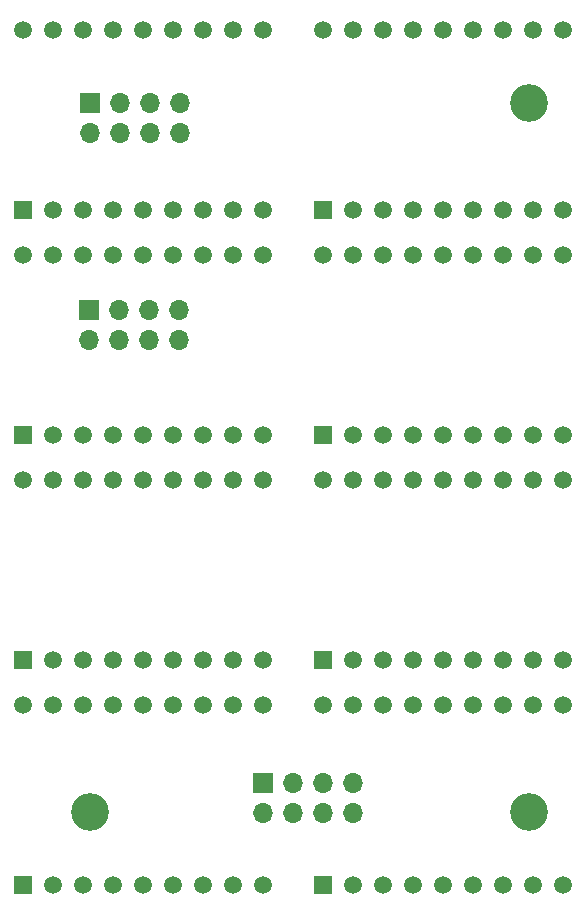
<source format=gbr>
%TF.GenerationSoftware,KiCad,Pcbnew,8.0.8*%
%TF.CreationDate,2025-07-11T15:40:09+09:00*%
%TF.ProjectId,20250711-7seg-panel-display,32303235-3037-4313-912d-377365672d70,rev?*%
%TF.SameCoordinates,Original*%
%TF.FileFunction,Soldermask,Top*%
%TF.FilePolarity,Negative*%
%FSLAX46Y46*%
G04 Gerber Fmt 4.6, Leading zero omitted, Abs format (unit mm)*
G04 Created by KiCad (PCBNEW 8.0.8) date 2025-07-11 15:40:09*
%MOMM*%
%LPD*%
G01*
G04 APERTURE LIST*
%ADD10R,1.500000X1.500000*%
%ADD11C,1.500000*%
%ADD12C,3.200000*%
%ADD13R,1.700000X1.700000*%
%ADD14O,1.700000X1.700000*%
G04 APERTURE END LIST*
D10*
%TO.C,U206*%
X78740000Y-106045000D03*
D11*
X81280000Y-106045000D03*
X83820000Y-106045000D03*
X86360000Y-106045000D03*
X88900000Y-106045000D03*
X91440000Y-106045000D03*
X93980000Y-106045000D03*
X96520000Y-106045000D03*
X99060000Y-106045000D03*
X99060000Y-90805000D03*
X96520000Y-90805000D03*
X93980000Y-90805000D03*
X91440000Y-90805000D03*
X88900000Y-90805000D03*
X86360000Y-90805000D03*
X83820000Y-90805000D03*
X81280000Y-90805000D03*
X78740000Y-90805000D03*
%TD*%
D10*
%TO.C,U202*%
X78740000Y-67945000D03*
D11*
X81280000Y-67945000D03*
X83820000Y-67945000D03*
X86360000Y-67945000D03*
X88900000Y-67945000D03*
X91440000Y-67945000D03*
X93980000Y-67945000D03*
X96520000Y-67945000D03*
X99060000Y-67945000D03*
X99060000Y-52705000D03*
X96520000Y-52705000D03*
X93980000Y-52705000D03*
X91440000Y-52705000D03*
X88900000Y-52705000D03*
X86360000Y-52705000D03*
X83820000Y-52705000D03*
X81280000Y-52705000D03*
X78740000Y-52705000D03*
%TD*%
D12*
%TO.C,H202*%
X96200000Y-58900000D03*
%TD*%
D10*
%TO.C,U205*%
X53340000Y-106045000D03*
D11*
X55880000Y-106045000D03*
X58420000Y-106045000D03*
X60960000Y-106045000D03*
X63500000Y-106045000D03*
X66040000Y-106045000D03*
X68580000Y-106045000D03*
X71120000Y-106045000D03*
X73660000Y-106045000D03*
X73660000Y-90805000D03*
X71120000Y-90805000D03*
X68580000Y-90805000D03*
X66040000Y-90805000D03*
X63500000Y-90805000D03*
X60960000Y-90805000D03*
X58420000Y-90805000D03*
X55880000Y-90805000D03*
X53340000Y-90805000D03*
%TD*%
D10*
%TO.C,U201*%
X53340000Y-67945000D03*
D11*
X55880000Y-67945000D03*
X58420000Y-67945000D03*
X60960000Y-67945000D03*
X63500000Y-67945000D03*
X66040000Y-67945000D03*
X68580000Y-67945000D03*
X71120000Y-67945000D03*
X73660000Y-67945000D03*
X73660000Y-52705000D03*
X71120000Y-52705000D03*
X68580000Y-52705000D03*
X66040000Y-52705000D03*
X63500000Y-52705000D03*
X60960000Y-52705000D03*
X58420000Y-52705000D03*
X55880000Y-52705000D03*
X53340000Y-52705000D03*
%TD*%
D10*
%TO.C,U208*%
X78740000Y-125095000D03*
D11*
X81280000Y-125095000D03*
X83820000Y-125095000D03*
X86360000Y-125095000D03*
X88900000Y-125095000D03*
X91440000Y-125095000D03*
X93980000Y-125095000D03*
X96520000Y-125095000D03*
X99060000Y-125095000D03*
X99060000Y-109855000D03*
X96520000Y-109855000D03*
X93980000Y-109855000D03*
X91440000Y-109855000D03*
X88900000Y-109855000D03*
X86360000Y-109855000D03*
X83820000Y-109855000D03*
X81280000Y-109855000D03*
X78740000Y-109855000D03*
%TD*%
D12*
%TO.C,H101*%
X59050000Y-118900000D03*
%TD*%
D10*
%TO.C,U204*%
X78740000Y-86995000D03*
D11*
X81280000Y-86995000D03*
X83820000Y-86995000D03*
X86360000Y-86995000D03*
X88900000Y-86995000D03*
X91440000Y-86995000D03*
X93980000Y-86995000D03*
X96520000Y-86995000D03*
X99060000Y-86995000D03*
X99060000Y-71755000D03*
X96520000Y-71755000D03*
X93980000Y-71755000D03*
X91440000Y-71755000D03*
X88900000Y-71755000D03*
X86360000Y-71755000D03*
X83820000Y-71755000D03*
X81280000Y-71755000D03*
X78740000Y-71755000D03*
%TD*%
D10*
%TO.C,U203*%
X53340000Y-86995000D03*
D11*
X55880000Y-86995000D03*
X58420000Y-86995000D03*
X60960000Y-86995000D03*
X63500000Y-86995000D03*
X66040000Y-86995000D03*
X68580000Y-86995000D03*
X71120000Y-86995000D03*
X73660000Y-86995000D03*
X73660000Y-71755000D03*
X71120000Y-71755000D03*
X68580000Y-71755000D03*
X66040000Y-71755000D03*
X63500000Y-71755000D03*
X60960000Y-71755000D03*
X58420000Y-71755000D03*
X55880000Y-71755000D03*
X53340000Y-71755000D03*
%TD*%
D10*
%TO.C,U207*%
X53340000Y-125095000D03*
D11*
X55880000Y-125095000D03*
X58420000Y-125095000D03*
X60960000Y-125095000D03*
X63500000Y-125095000D03*
X66040000Y-125095000D03*
X68580000Y-125095000D03*
X71120000Y-125095000D03*
X73660000Y-125095000D03*
X73660000Y-109855000D03*
X71120000Y-109855000D03*
X68580000Y-109855000D03*
X66040000Y-109855000D03*
X63500000Y-109855000D03*
X60960000Y-109855000D03*
X58420000Y-109855000D03*
X55880000Y-109855000D03*
X53340000Y-109855000D03*
%TD*%
D12*
%TO.C,H201*%
X96200000Y-118900000D03*
%TD*%
D13*
%TO.C,J203*%
X73660000Y-116400000D03*
D14*
X73660000Y-118940000D03*
X76200000Y-116400000D03*
X76200000Y-118940000D03*
X78740000Y-116400000D03*
X78740000Y-118940000D03*
X81280000Y-116400000D03*
X81280000Y-118940000D03*
%TD*%
D13*
%TO.C,J202*%
X58970000Y-76400000D03*
D14*
X58970000Y-78940000D03*
X61510000Y-76400000D03*
X61510000Y-78940000D03*
X64050000Y-76400000D03*
X64050000Y-78940000D03*
X66590000Y-76400000D03*
X66590000Y-78940000D03*
%TD*%
D13*
%TO.C,J201*%
X59050000Y-58900000D03*
D14*
X59050000Y-61440000D03*
X61590000Y-58900000D03*
X61590000Y-61440000D03*
X64130000Y-58900000D03*
X64130000Y-61440000D03*
X66670000Y-58900000D03*
X66670000Y-61440000D03*
%TD*%
M02*

</source>
